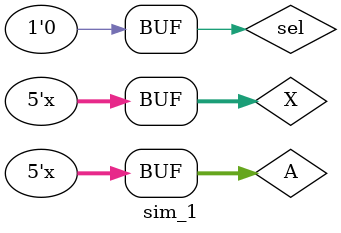
<source format=v>
`timescale 1ns / 1ps


module sim_1(

    );
    reg [4:0] A = 5'b01100;
    reg [4:0] X = 5'b01000;
    wire sel = 0;//Ñ¡Ôñ¼Ó¼õ·¨£¨0ÊÇ¼Ó·¨£¬1ÊÇ¼õ·¨£©
    wire [4:0] C;
    always
        #5 A = A + 1;
    always
        #7 X = X + 1;
    add_x4 add_x4(A, X, sel, C, V);
endmodule

</source>
